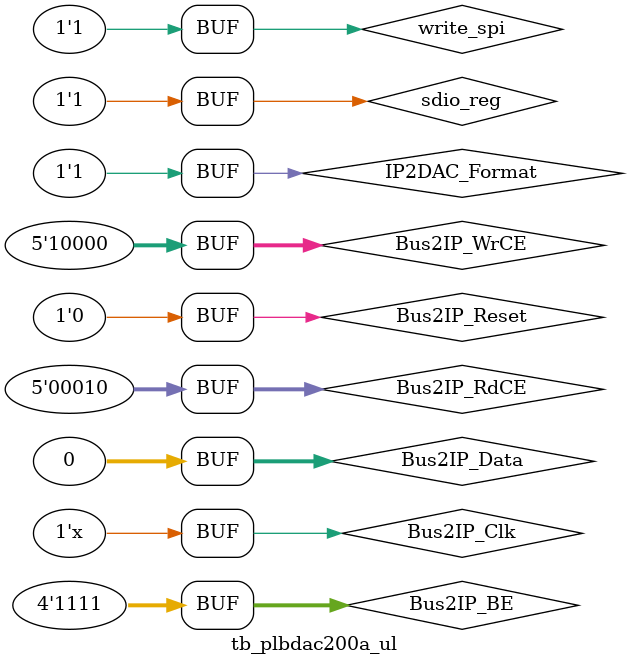
<source format=v>
`timescale 1ns / 1ps


module tb_plbdac200a_ul;

	// Inputs
	reg Bus2IP_Clk;
	reg Bus2IP_Reset;
	reg [0:31] Bus2IP_Data;
	reg [0:3] Bus2IP_BE;
	reg [0:4] Bus2IP_RdCE;
	reg [0:4] Bus2IP_WrCE;

	// Outputs
	wire [0:9] IP2DAC_Data;
	wire IP2DAC_DCLKIO;
	wire IP2DAC_Clkout;
	wire IP2DAC_PinMD;
	wire IP2DAC_ClkMD;
	wire IP2DAC_PWRDN;
	wire IP2DAC_OpEnI;
	wire IP2DAC_OpEnQ;
	wire [0:31] IP2Bus_Data;
	wire IP2Bus_RdAck;
	wire IP2Bus_WrAck;
	wire IP2Bus_Error;

	// Bidirs
	wire IP2DAC_Format;

	reg	 sdio_reg;
	reg	 write_spi;

	assign IP2DAC_Format = (write_spi) ? (sdio_reg) : (1'bz);

	// Instantiate the Unit Under Test (UUT)
	user_logic uut (
		.IP2DAC_Data(IP2DAC_Data), 
		.IP2DAC_DCLKIO(IP2DAC_DCLKIO), 
		.IP2DAC_Clkout(IP2DAC_Clkout), 
		.IP2DAC_PinMD(IP2DAC_PinMD), 
		.IP2DAC_ClkMD(IP2DAC_ClkMD), 
		.IP2DAC_Format(IP2DAC_Format), 
		.IP2DAC_PWRDN(IP2DAC_PWRDN), 
		.IP2DAC_OpEnI(IP2DAC_OpEnI), 
		.IP2DAC_OpEnQ(IP2DAC_OpEnQ), 
		.Bus2IP_Clk(Bus2IP_Clk), 
		.Bus2IP_Reset(Bus2IP_Reset), 
		.Bus2IP_Data(Bus2IP_Data), 
		.Bus2IP_BE(Bus2IP_BE), 
		.Bus2IP_RdCE(Bus2IP_RdCE), 
		.Bus2IP_WrCE(Bus2IP_WrCE), 
		.IP2Bus_Data(IP2Bus_Data), 
		.IP2Bus_RdAck(IP2Bus_RdAck), 
		.IP2Bus_WrAck(IP2Bus_WrAck), 
		.IP2Bus_Error(IP2Bus_Error)
	);

	initial begin
		// Initialize Inputs
		Bus2IP_Clk = 0;
		Bus2IP_Reset = 1;
		Bus2IP_Data = 0;
		Bus2IP_BE = 0;
		Bus2IP_RdCE = 0;
		Bus2IP_WrCE = 0;
		write_spi = 0;
		sdio_reg = 1'b0;

		// Wait 100 ns for global reset to finish
		#100;
		Bus2IP_Reset = 0;
        
		// Add stimulus here

		Bus2IP_BE = 4'b1111;

		#200;
		Bus2IP_WrCE = 5'b10000;
		Bus2IP_Data = 32'h0000_0001;

		#200;
		Bus2IP_WrCE = 5'b01000;
		Bus2IP_Data = 32'h0000_1234;

		#200;
		Bus2IP_WrCE = 5'b00100;
		Bus2IP_Data = 32'h0000_0123;

		#200;
		Bus2IP_WrCE = 5'b01000;
		Bus2IP_Data = 32'h0000_0000;

		#200;
		Bus2IP_WrCE = 5'b00100;
		Bus2IP_Data = 32'h0000_0000;

		#200;
		Bus2IP_WrCE = 5'b00010;
		Bus2IP_Data = 32'h0000_5cba;
		#20;
		Bus2IP_WrCE = 5'b00000;
		Bus2IP_Data = 32'h0000_0000;

		#350;
		Bus2IP_RdCE = 5'b10000;

		#350;
		Bus2IP_WrCE = 5'b00010;
		Bus2IP_Data = 32'h0000_abc5;
		#20;
		Bus2IP_WrCE = 5'b00000;
		Bus2IP_Data = 32'h0000_0000;

		#350;
		write_spi = 1'b1;
		sdio_reg = 1'b1;		

		#350;
		Bus2IP_RdCE = 5'b00010;

		#200;
		Bus2IP_WrCE = 5'b10000;
		Bus2IP_Data = 32'h0000_0000;

	end

	always @(Bus2IP_Clk)
		#10 Bus2IP_Clk <= ~Bus2IP_Clk;
      
endmodule


</source>
